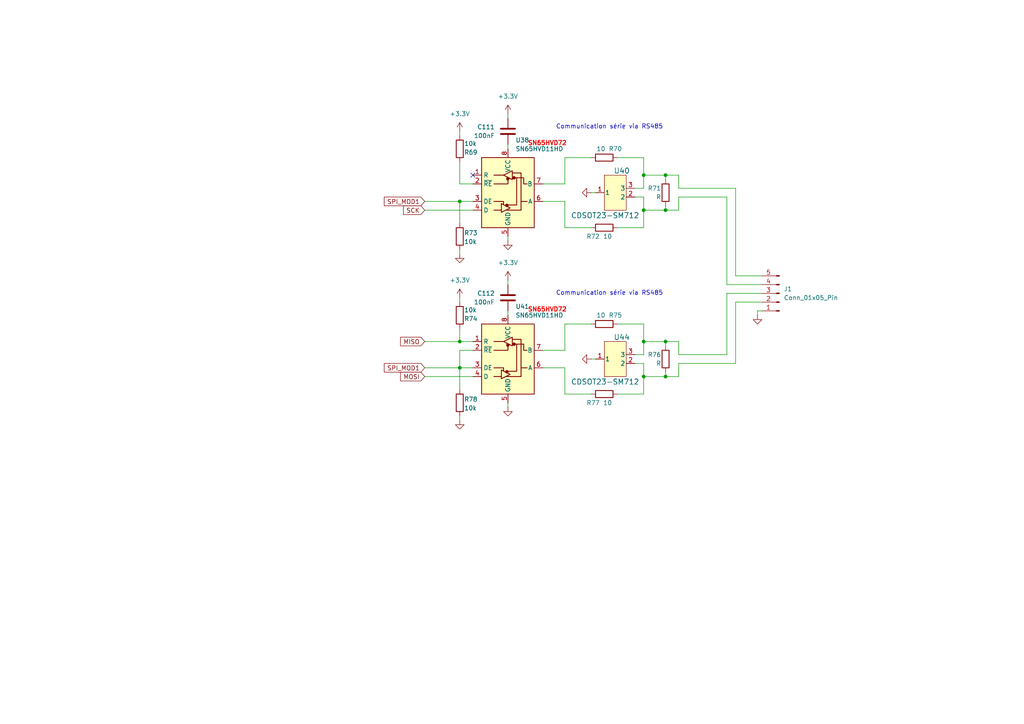
<source format=kicad_sch>
(kicad_sch (version 20231120) (generator "eeschema") (generator_version "8.0")
  (paper "A4")
  (lib_symbols
    (symbol "CDSOT23-SM712:CDSOT23-SM712" (pin_names (offset 0.254))
      (property "Reference" "U" (at 9.906 8.89 0))
      (property "Value" "CDSOT23-SM712" (at 11.43 5.842 0))
      (symbol "CDSOT23-SM712_1_1"
        (rectangle (start 7.62 3.81) (end 13.97 -6.35) (fill (type background)))
        (pin input line (at 5.08 -1.27 0) (length 2.54) (name "1") (number "1"))
        (pin output line (at 16.51 0 180) (length 2.54) (name "2") (number "2"))
        (pin output line (at 16.51 -2.54 180) (length 2.54) (name "3") (number "3"))
      )
    )
    (symbol "Connector:Conn_01x05_Pin" (pin_names (offset 1.016) hide)
      (property "Reference" "J" (at 0 7.62 0))
      (property "Value" "Conn_01x05_Pin" (at 0 -7.62 0))
      (symbol "Conn_01x05_Pin_1_1"
        (polyline (pts (xy 1.27 -5.08) (xy 0.8636 -5.08)) (stroke (width 0.1524)))
        (polyline (pts (xy 1.27 -2.54) (xy 0.8636 -2.54)) (stroke (width 0.1524)))
        (polyline (pts (xy 1.27 0) (xy 0.8636 0)) (stroke (width 0.1524)))
        (polyline (pts (xy 1.27 2.54) (xy 0.8636 2.54)) (stroke (width 0.1524)))
        (polyline (pts (xy 1.27 5.08) (xy 0.8636 5.08)) (stroke (width 0.1524)))
        (rectangle (start 0.8636 -4.953) (end 0 -5.207) (stroke (width 0.1524)) (fill (type outline)))
        (rectangle (start 0.8636 -2.413) (end 0 -2.667) (stroke (width 0.1524)) (fill (type outline)))
        (rectangle (start 0.8636 0.127) (end 0 -0.127) (stroke (width 0.1524)) (fill (type outline)))
        (rectangle (start 0.8636 2.667) (end 0 2.413) (stroke (width 0.1524)) (fill (type outline)))
        (rectangle (start 0.8636 5.207) (end 0 4.953) (stroke (width 0.1524)) (fill (type outline)))
        (pin passive line (at 5.08 5.08 180) (length 3.81) (name "Pin_1") (number "1"))
        (pin passive line (at 5.08 2.54 180) (length 3.81) (name "Pin_2") (number "2"))
        (pin passive line (at 5.08 0 180) (length 3.81) (name "Pin_3") (number "3"))
        (pin passive line (at 5.08 -2.54 180) (length 3.81) (name "Pin_4") (number "4"))
        (pin passive line (at 5.08 -5.08 180) (length 3.81) (name "Pin_5") (number "5"))
      )
    )
    (symbol "Device:C" (pin_numbers hide) (pin_names (offset 0.254))
      (property "Reference" "C" (at 0.635 2.54 0))
      (property "Value" "C" (at 0.635 -2.54 0))
      (symbol "C_0_1"
        (polyline (pts (xy -2.032 -0.762) (xy 2.032 -0.762)) (stroke (width 0.508)))
        (polyline (pts (xy -2.032 0.762) (xy 2.032 0.762)) (stroke (width 0.508)))
      )
      (symbol "C_1_1"
        (pin passive line (at 0 3.81 270) (length 2.794) (name "~") (number "1"))
        (pin passive line (at 0 -3.81 90) (length 2.794) (name "~") (number "2"))
      )
    )
    (symbol "Device:R" (pin_numbers hide) (pin_names (offset 0))
      (property "Reference" "R" (at 2.032 0 90))
      (property "Value" "R" (at 0 0 90))
      (symbol "R_0_1"
        (rectangle (start -1.016 -2.54) (end 1.016 2.54) (stroke (width 0.254)))
      )
      (symbol "R_1_1"
        (pin passive line (at 0 3.81 270) (length 1.27) (name "~") (number "1"))
        (pin passive line (at 0 -3.81 90) (length 1.27) (name "~") (number "2"))
      )
    )
    (symbol "Interface_UART:SN65HVD11HD"
      (property "Reference" "U" (at -7.62 12.7 0))
      (property "Value" "SN65HVD11HD" (at 2.54 12.7 0))
      (symbol "SN65HVD11HD_0_1"
        (rectangle (start -7.62 10.16) (end 7.62 -10.16) (stroke (width 0.254)) (fill (type background)))
        (circle (center -0.3048 -3.683) (radius 0.3556) (stroke (width 0.254)) (fill (type outline)))
        (circle (center -0.0254 4.0386) (radius 0.3556) (stroke (width 0.254)) (fill (type outline)))
        (polyline (pts (xy -4.064 -5.08) (xy -1.905 -5.08)) (stroke (width 0.254)))
        (polyline (pts (xy -4.064 5.08) (xy -1.27 5.08)) (stroke (width 0.254)))
        (polyline (pts (xy -1.27 -3.2004) (xy -1.27 -3.4544)) (stroke (width 0.254)))
        (polyline (pts (xy -4.064 -2.54) (xy -1.27 -2.54) (xy -1.27 -3.175)) (stroke (width 0.254)))
        (polyline (pts (xy 0 3.81) (xy 0 2.54) (xy -4.064 2.54)) (stroke (width 0.254)))
        (polyline (pts (xy 1.27 5.715) (xy 3.81 5.715) (xy 3.81 -2.54)) (stroke (width 0.254)))
        (polyline (pts (xy 2.54 4.318) (xy 2.54 -3.556) (xy -0.254 -3.556)) (stroke (width 0.254)))
        (polyline (pts (xy -1.905 -3.175) (xy -1.905 -5.715) (xy 0.635 -4.445) (xy -1.905 -3.175)) (stroke (width 0.254)))
        (polyline (pts (xy -1.27 5.08) (xy 1.27 6.35) (xy 1.27 3.81) (xy -1.27 5.08)) (stroke (width 0.254)))
        (polyline (pts (xy -0.508 -5.08) (xy 3.81 -5.08) (xy 3.81 -2.54) (xy 5.588 -2.54)) (stroke (width 0.254)))
        (polyline (pts (xy 2.032 4.318) (xy 4.572 4.318) (xy 4.572 2.54) (xy 5.588 2.54)) (stroke (width 0.254)))
        (rectangle (start 1.27 3.175) (end 1.27 3.175))
        (circle (center 1.778 4.318) (radius 0.3556) (stroke (width 0.254)) (fill (type outline)))
      )
      (symbol "SN65HVD11HD_1_1"
        (pin output line (at -10.16 5.08 0) (length 2.54) (name "R") (number "1"))
        (pin input line (at -10.16 2.54 0) (length 2.54) (name "~{RE}") (number "2"))
        (pin input line (at -10.16 -2.54 0) (length 2.54) (name "DE") (number "3"))
        (pin input line (at -10.16 -5.08 0) (length 2.54) (name "D") (number "4"))
        (pin power_in line (at 0 -12.7 90) (length 2.54) (name "GND") (number "5"))
        (pin bidirectional line (at 10.16 -2.54 180) (length 2.54) (name "A") (number "6"))
        (pin bidirectional line (at 10.16 2.54 180) (length 2.54) (name "B") (number "7"))
        (pin power_in line (at 0 12.7 270) (length 2.54) (name "VCC") (number "8"))
      )
    )
    (symbol "power:+3.3V" (power) (pin_numbers hide) (pin_names (offset 0) hide)
      (property "Value" "+3.3V" (at 0 3.556 0))
      (symbol "+3.3V_0_1"
        (polyline (pts (xy -0.762 1.27) (xy 0 2.54)))
        (polyline (pts (xy 0 0) (xy 0 2.54)))
        (polyline (pts (xy 0 2.54) (xy 0.762 1.27)))
      )
      (symbol "+3.3V_1_1"
        (pin power_in line (at 0 0 90) (length 0) (name "~") (number "1"))
      )
    )
    (symbol "power:GND" (power) (pin_numbers hide) (pin_names (offset 0) hide)
      (property "Value" "GND" (at 0 -3.81 0))
      (symbol "GND_0_1"
        (polyline (pts (xy 0 0) (xy 0 -1.27) (xy 1.27 -1.27) (xy 0 -2.54) (xy -1.27 -1.27) (xy 0 -1.27)))
      )
      (symbol "GND_1_1"
        (pin power_in line (at 0 0 270) (length 0) (name "~") (number "1"))
      )
    )
  )
  (junction (at 193.04 50.8))
  (junction (at 186.69 50.8))
  (junction (at 186.69 109.22))
  (junction (at 186.69 60.96))
  (junction (at 193.04 109.22))
  (junction (at 133.35 58.42))
  (junction (at 193.04 60.96))
  (junction (at 133.35 106.68))
  (junction (at 186.69 99.06))
  (junction (at 133.35 99.06))
  (junction (at 193.04 99.06))
  (no_connect (at 137.16 50.8))
  (wire (pts (xy 133.35 95.25) (xy 133.35 99.06)))
  (wire (pts (xy 163.83 53.34) (xy 157.48 53.34)))
  (wire (pts (xy 163.83 114.3) (xy 163.83 106.68)))
  (wire (pts (xy 184.15 54.61) (xy 186.69 54.61)))
  (wire (pts (xy 179.07 45.72) (xy 186.69 45.72)))
  (wire (pts (xy 163.83 93.98) (xy 163.83 101.6)))
  (wire (pts (xy 157.48 58.42) (xy 163.83 58.42)))
  (wire (pts (xy 193.04 109.22) (xy 186.69 109.22)))
  (wire (pts (xy 213.36 54.61) (xy 213.36 80.01)))
  (wire (pts (xy 147.32 90.17) (xy 147.32 91.44)))
  (wire (pts (xy 196.85 109.22) (xy 193.04 109.22)))
  (wire (pts (xy 163.83 101.6) (xy 157.48 101.6)))
  (wire (pts (xy 196.85 50.8) (xy 193.04 50.8)))
  (wire (pts (xy 196.85 54.61) (xy 213.36 54.61)))
  (wire (pts (xy 163.83 66.04) (xy 163.83 58.42)))
  (wire (pts (xy 179.07 114.3) (xy 186.69 114.3)))
  (wire (pts (xy 133.35 101.6) (xy 133.35 106.68)))
  (wire (pts (xy 210.82 102.87) (xy 210.82 85.09)))
  (wire (pts (xy 210.82 82.55) (xy 210.82 57.15)))
  (wire (pts (xy 213.36 105.41) (xy 213.36 87.63)))
  (wire (pts (xy 123.19 109.22) (xy 137.16 109.22)))
  (wire (pts (xy 193.04 59.69) (xy 193.04 60.96)))
  (wire (pts (xy 186.69 109.22) (xy 186.69 114.3)))
  (wire (pts (xy 220.98 82.55) (xy 210.82 82.55)))
  (wire (pts (xy 123.19 106.68) (xy 133.35 106.68)))
  (wire (pts (xy 213.36 87.63) (xy 220.98 87.63)))
  (wire (pts (xy 184.15 57.15) (xy 186.69 57.15)))
  (wire (pts (xy 186.69 105.41) (xy 186.69 109.22)))
  (wire (pts (xy 171.45 66.04) (xy 163.83 66.04)))
  (wire (pts (xy 219.71 90.17) (xy 219.71 91.44)))
  (wire (pts (xy 193.04 99.06) (xy 186.69 99.06)))
  (wire (pts (xy 147.32 33.02) (xy 147.32 34.29)))
  (wire (pts (xy 196.85 105.41) (xy 213.36 105.41)))
  (wire (pts (xy 123.19 99.06) (xy 133.35 99.06)))
  (wire (pts (xy 210.82 57.15) (xy 196.85 57.15)))
  (wire (pts (xy 157.48 106.68) (xy 163.83 106.68)))
  (wire (pts (xy 186.69 50.8) (xy 186.69 54.61)))
  (wire (pts (xy 184.15 102.87) (xy 186.69 102.87)))
  (wire (pts (xy 163.83 45.72) (xy 163.83 53.34)))
  (wire (pts (xy 186.69 60.96) (xy 186.69 66.04)))
  (wire (pts (xy 133.35 58.42) (xy 133.35 64.77)))
  (wire (pts (xy 196.85 54.61) (xy 196.85 50.8)))
  (wire (pts (xy 133.35 99.06) (xy 137.16 99.06)))
  (wire (pts (xy 179.07 93.98) (xy 186.69 93.98)))
  (wire (pts (xy 171.45 55.88) (xy 172.72 55.88)))
  (wire (pts (xy 137.16 58.42) (xy 133.35 58.42)))
  (wire (pts (xy 171.45 45.72) (xy 163.83 45.72)))
  (wire (pts (xy 196.85 102.87) (xy 196.85 99.06)))
  (wire (pts (xy 220.98 90.17) (xy 219.71 90.17)))
  (wire (pts (xy 123.19 58.42) (xy 133.35 58.42)))
  (wire (pts (xy 186.69 93.98) (xy 186.69 99.06)))
  (wire (pts (xy 171.45 114.3) (xy 163.83 114.3)))
  (wire (pts (xy 137.16 106.68) (xy 133.35 106.68)))
  (wire (pts (xy 193.04 50.8) (xy 193.04 52.07)))
  (wire (pts (xy 193.04 99.06) (xy 193.04 100.33)))
  (wire (pts (xy 213.36 80.01) (xy 220.98 80.01)))
  (wire (pts (xy 196.85 105.41) (xy 196.85 109.22)))
  (wire (pts (xy 133.35 46.99) (xy 133.35 53.34)))
  (wire (pts (xy 147.32 68.58) (xy 147.32 69.85)))
  (wire (pts (xy 147.32 41.91) (xy 147.32 43.18)))
  (wire (pts (xy 133.35 87.63) (xy 133.35 86.36)))
  (wire (pts (xy 186.69 57.15) (xy 186.69 60.96)))
  (wire (pts (xy 137.16 101.6) (xy 133.35 101.6)))
  (wire (pts (xy 196.85 99.06) (xy 193.04 99.06)))
  (wire (pts (xy 123.19 60.96) (xy 137.16 60.96)))
  (wire (pts (xy 193.04 60.96) (xy 186.69 60.96)))
  (wire (pts (xy 133.35 120.65) (xy 133.35 121.92)))
  (wire (pts (xy 133.35 39.37) (xy 133.35 38.1)))
  (wire (pts (xy 147.32 116.84) (xy 147.32 118.11)))
  (wire (pts (xy 196.85 102.87) (xy 210.82 102.87)))
  (wire (pts (xy 193.04 50.8) (xy 186.69 50.8)))
  (wire (pts (xy 196.85 57.15) (xy 196.85 60.96)))
  (wire (pts (xy 171.45 104.14) (xy 172.72 104.14)))
  (wire (pts (xy 133.35 72.39) (xy 133.35 73.66)))
  (wire (pts (xy 133.35 106.68) (xy 133.35 113.03)))
  (wire (pts (xy 137.16 53.34) (xy 133.35 53.34)))
  (wire (pts (xy 171.45 93.98) (xy 163.83 93.98)))
  (wire (pts (xy 193.04 107.95) (xy 193.04 109.22)))
  (wire (pts (xy 186.69 99.06) (xy 186.69 102.87)))
  (wire (pts (xy 210.82 85.09) (xy 220.98 85.09)))
  (wire (pts (xy 186.69 45.72) (xy 186.69 50.8)))
  (wire (pts (xy 196.85 60.96) (xy 193.04 60.96)))
  (wire (pts (xy 179.07 66.04) (xy 186.69 66.04)))
  (wire (pts (xy 184.15 105.41) (xy 186.69 105.41)))
  (wire (pts (xy 147.32 81.28) (xy 147.32 82.55)))
  (text "Communication série via RS485" (at 176.784 85.09 0) (effects (font (size 1.27 1.27))))
  (text "SN65HVD72" (at 158.75 41.656 0) (effects (font (size 1.27 1.27) (thickness 0.254) (bold yes))))
  (text "Communication série via RS485" (at 176.784 36.83 0) (effects (font (size 1.27 1.27))))
  (text "SN65HVD72" (at 158.75 89.916 0) (effects (font (size 1.27 1.27) (thickness 0.254) (bold yes))))
  (global_label "SCK" (shape input) (at 123.19 60.96 180) (property "Intersheetrefs" "${INTERSHEET_REFS}" (effects (hide yes))))
  (global_label "MISO" (shape input) (at 123.19 99.06 180) (property "Intersheetrefs" "${INTERSHEET_REFS}" (effects (hide yes))))
  (global_label "MOSI" (shape input) (at 123.19 109.22 180) (property "Intersheetrefs" "${INTERSHEET_REFS}" (effects (hide yes))))
  (global_label "SPI_MOD1" (shape input) (at 123.19 58.42 180) (property "Intersheetrefs" "${INTERSHEET_REFS}" (effects (hide yes))))
  (global_label "SPI_MOD1" (shape input) (at 123.19 106.68 180) (property "Intersheetrefs" "${INTERSHEET_REFS}" (effects (hide yes))))
  (symbol (lib_id "Device:R") (at 133.35 43.18 0) (mirror x) (unit 1)
    (property "Reference" "R69" (at 134.62 44.196 0) (effects (justify left)))
    (property "Value" "10k" (at 134.62 41.656 0) (effects (justify left)))
    (property "Description" "Resistor" (effects (hide yes)))
  )
  (symbol (lib_id "power:GND") (at 171.45 104.14 270) (mirror x) (unit 1)
    (property "Reference" "#PWR0243" (effects (hide yes)))
    (property "Value" "GND" (effects (hide yes)))
    (property "Description" "Power symbol creates a global label with name \"GND\" , ground" (effects (hide yes)))
  )
  (symbol (lib_id "Device:R") (at 175.26 93.98 270) (mirror x) (unit 1)
    (property "Reference" "R75" (at 176.5301 91.44 90) (effects (justify left)))
    (property "Value" "10" (at 172.974 91.44 90) (effects (justify left)))
    (property "Description" "Resistor" (effects (hide yes)))
  )
  (symbol (lib_id "power:GND") (at 171.45 55.88 270) (mirror x) (unit 1)
    (property "Reference" "#PWR0237" (effects (hide yes)))
    (property "Value" "GND" (effects (hide yes)))
    (property "Description" "Power symbol creates a global label with name \"GND\" , ground" (effects (hide yes)))
  )
  (symbol (lib_id "power:GND") (at 147.32 118.11 0) (mirror y) (unit 1)
    (property "Reference" "#PWR0245" (effects (hide yes)))
    (property "Value" "GND" (effects (hide yes)))
    (property "Description" "Power symbol creates a global label with name \"GND\" , ground" (effects (hide yes)))
  )
  (symbol (lib_id "Device:R") (at 175.26 45.72 270) (mirror x) (unit 1)
    (property "Reference" "R70" (at 176.5301 43.18 90) (effects (justify left)))
    (property "Value" "10" (at 172.974 43.18 90) (effects (justify left)))
    (property "Description" "Resistor" (effects (hide yes)))
  )
  (symbol (lib_id "Interface_UART:SN65HVD11HD") (at 147.32 55.88 0) (unit 1)
    (property "Reference" "U38" (at 149.5141 40.64 0) (effects (justify left)))
    (property "Value" "SN65HVD11HD" (at 149.5141 43.18 0) (effects (justify left)))
    (property "Footprint" "Package_SO:SOIC-8_3.9x4.9mm_P1.27mm" (effects (hide yes)))
    (property "Datasheet" "http://www.ti.com/lit/ds/symlink/sn65hvd11-ht.pdf" (effects (hide yes)))
    (property "Description" "3.3V, RS-485 Transceiver, SOIC-8" (effects (hide yes)))
  )
  (symbol (lib_id "Device:C") (at 147.32 86.36 0) (mirror y) (unit 1)
    (property "Reference" "C112" (at 143.51 85.0899 0) (effects (justify left)))
    (property "Value" "100nF" (at 143.51 87.6299 0) (effects (justify left)))
    (property "Description" "Unpolarized capacitor" (effects (hide yes)))
  )
  (symbol (lib_id "power:GND") (at 133.35 73.66 0) (mirror y) (unit 1)
    (property "Reference" "#PWR0240" (effects (hide yes)))
    (property "Value" "GND" (effects (hide yes)))
    (property "Description" "Power symbol creates a global label with name \"GND\" , ground" (effects (hide yes)))
  )
  (symbol (lib_id "CDSOT23-SM712:CDSOT23-SM712") (at 167.64 105.41 0) (mirror x) (unit 1)
    (property "Reference" "U44" (at 180.34 97.79 0) (effects (font (size 1.524 1.524))))
    (property "Value" "CDSOT23-SM712" (at 175.514 110.744 0) (effects (font (size 1.524 1.524))))
    (property "Footprint" "SOT_SM712" (effects (hide yes)))
    (property "Datasheet" "CDSOT23-SM712" (effects (hide yes)))
  )
  (symbol (lib_id "Device:R") (at 133.35 116.84 0) (unit 1)
    (property "Reference" "R78" (at 134.62 115.824 0) (effects (justify left)))
    (property "Value" "10k" (at 134.62 118.364 0) (effects (justify left)))
    (property "Description" "Resistor" (effects (hide yes)))
  )
  (symbol (lib_id "power:+3.3V") (at 133.35 86.36 0) (mirror y) (unit 1)
    (property "Reference" "#PWR0242" (effects (hide yes)))
    (property "Value" "+3.3V" (at 133.35 81.28 0))
    (property "Description" "Power symbol creates a global label with name \"+3.3V\"" (effects (hide yes)))
  )
  (symbol (lib_id "power:+3.3V") (at 133.35 38.1 0) (mirror y) (unit 1)
    (property "Reference" "#PWR0236" (effects (hide yes)))
    (property "Value" "+3.3V" (at 133.35 33.02 0))
    (property "Description" "Power symbol creates a global label with name \"+3.3V\"" (effects (hide yes)))
  )
  (symbol (lib_id "Connector:Conn_01x05_Pin") (at 226.06 85.09 180) (unit 1)
    (property "Reference" "J1" (at 227.33 83.8199 0) (effects (justify right)))
    (property "Value" "Conn_01x05_Pin" (at 227.33 86.3599 0) (effects (justify right)))
    (property "Description" "Generic connector, single row, 01x05, script generated" (effects (hide yes)))
  )
  (symbol (lib_id "power:GND") (at 133.35 121.92 0) (mirror y) (unit 1)
    (property "Reference" "#PWR0246" (effects (hide yes)))
    (property "Value" "GND" (effects (hide yes)))
    (property "Description" "Power symbol creates a global label with name \"GND\" , ground" (effects (hide yes)))
  )
  (symbol (lib_id "power:+3.3V") (at 147.32 81.28 0) (mirror y) (unit 1)
    (property "Reference" "#PWR0241" (effects (hide yes)))
    (property "Value" "+3.3V" (at 147.32 76.2 0))
    (property "Description" "Power symbol creates a global label with name \"+3.3V\"" (effects (hide yes)))
  )
  (symbol (lib_id "Device:C") (at 147.32 38.1 0) (mirror y) (unit 1)
    (property "Reference" "C111" (at 143.51 36.8299 0) (effects (justify left)))
    (property "Value" "100nF" (at 143.51 39.3699 0) (effects (justify left)))
    (property "Description" "Unpolarized capacitor" (effects (hide yes)))
  )
  (symbol (lib_id "Device:R") (at 133.35 68.58 0) (unit 1)
    (property "Reference" "R73" (at 134.62 67.564 0) (effects (justify left)))
    (property "Value" "10k" (at 134.62 70.104 0) (effects (justify left)))
    (property "Description" "Resistor" (effects (hide yes)))
  )
  (symbol (lib_id "Device:R") (at 193.04 104.14 0) (mirror y) (unit 1)
    (property "Reference" "R76" (at 191.77 102.87 0) (effects (justify left)))
    (property "Value" "R" (at 191.77 105.41 0) (effects (justify left)))
    (property "Description" "Resistor" (effects (hide yes)))
  )
  (symbol (lib_id "Device:R") (at 133.35 91.44 0) (mirror x) (unit 1)
    (property "Reference" "R74" (at 134.62 92.456 0) (effects (justify left)))
    (property "Value" "10k" (at 134.62 89.916 0) (effects (justify left)))
    (property "Description" "Resistor" (effects (hide yes)))
  )
  (symbol (lib_id "power:GND") (at 219.71 91.44 0) (mirror y) (unit 1)
    (property "Reference" "#PWR0238" (effects (hide yes)))
    (property "Value" "GND" (effects (hide yes)))
    (property "Description" "Power symbol creates a global label with name \"GND\" , ground" (effects (hide yes)))
  )
  (symbol (lib_id "power:+3.3V") (at 147.32 33.02 0) (mirror y) (unit 1)
    (property "Reference" "#PWR0235" (effects (hide yes)))
    (property "Value" "+3.3V" (at 147.32 27.94 0))
    (property "Description" "Power symbol creates a global label with name \"+3.3V\"" (effects (hide yes)))
  )
  (symbol (lib_id "Device:R") (at 193.04 55.88 0) (mirror y) (unit 1)
    (property "Reference" "R71" (at 191.77 54.61 0) (effects (justify left)))
    (property "Value" "R" (at 191.77 57.15 0) (effects (justify left)))
    (property "Description" "Resistor" (effects (hide yes)))
  )
  (symbol (lib_id "Device:R") (at 175.26 114.3 90) (mirror x) (unit 1)
    (property "Reference" "R77" (at 173.9899 116.84 90) (effects (justify left)))
    (property "Value" "10" (at 177.546 116.84 90) (effects (justify left)))
    (property "Description" "Resistor" (effects (hide yes)))
  )
  (symbol (lib_id "CDSOT23-SM712:CDSOT23-SM712") (at 167.64 57.15 0) (mirror x) (unit 1)
    (property "Reference" "U40" (at 180.34 49.53 0) (effects (font (size 1.524 1.524))))
    (property "Value" "CDSOT23-SM712" (at 175.514 62.484 0) (effects (font (size 1.524 1.524))))
    (property "Footprint" "SOT_SM712" (effects (hide yes)))
    (property "Datasheet" "CDSOT23-SM712" (effects (hide yes)))
  )
  (symbol (lib_id "Device:R") (at 175.26 66.04 90) (mirror x) (unit 1)
    (property "Reference" "R72" (at 173.9899 68.58 90) (effects (justify left)))
    (property "Value" "10" (at 177.546 68.58 90) (effects (justify left)))
    (property "Description" "Resistor" (effects (hide yes)))
  )
  (symbol (lib_id "power:GND") (at 147.32 69.85 0) (mirror y) (unit 1)
    (property "Reference" "#PWR0239" (effects (hide yes)))
    (property "Value" "GND" (effects (hide yes)))
    (property "Description" "Power symbol creates a global label with name \"GND\" , ground" (effects (hide yes)))
  )
  (symbol (lib_id "Interface_UART:SN65HVD11HD") (at 147.32 104.14 0) (unit 1)
    (property "Reference" "U41" (at 149.5141 88.9 0) (effects (justify left)))
    (property "Value" "SN65HVD11HD" (at 149.5141 91.44 0) (effects (justify left)))
    (property "Footprint" "Package_SO:SOIC-8_3.9x4.9mm_P1.27mm" (effects (hide yes)))
    (property "Datasheet" "http://www.ti.com/lit/ds/symlink/sn65hvd11-ht.pdf" (effects (hide yes)))
    (property "Description" "3.3V, RS-485 Transceiver, SOIC-8" (effects (hide yes)))
  )
)
</source>
